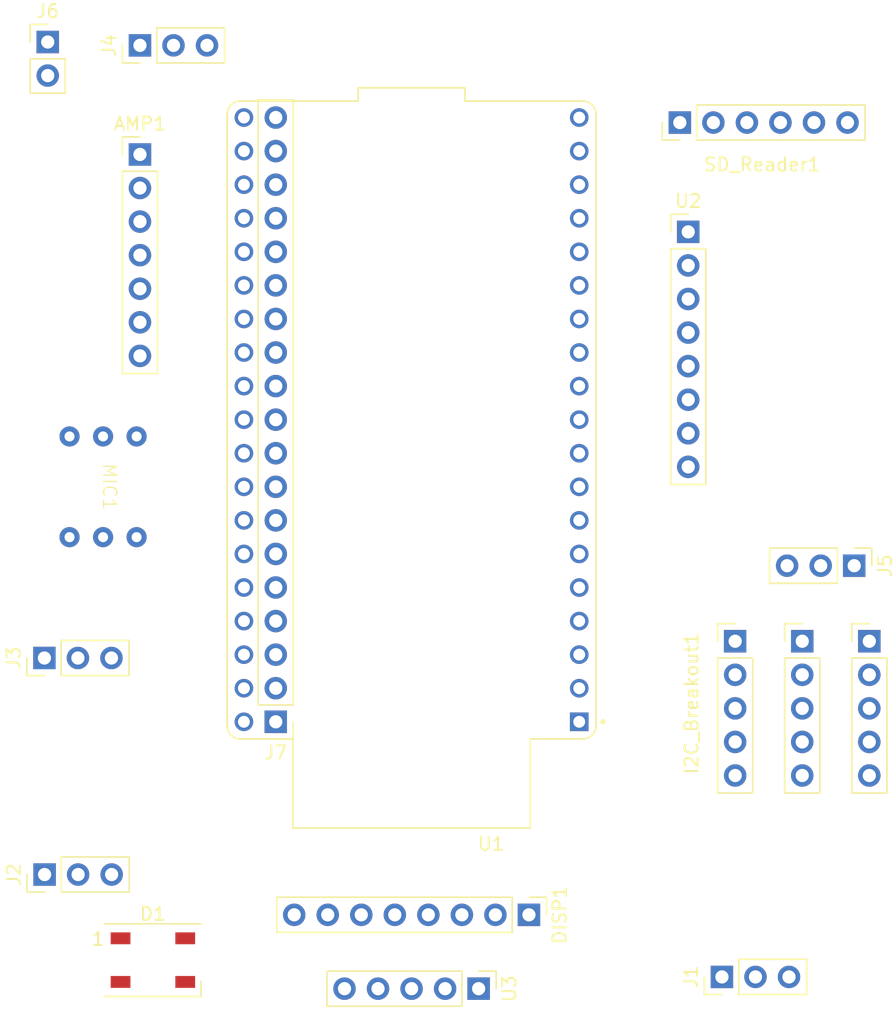
<source format=kicad_pcb>
(kicad_pcb (version 20221018) (generator pcbnew)
  (layers (0 "F.Cu" signal) (31 "B.Cu" signal) (34 "B.Paste" user) (35 "F.Paste" user) (36 "B.SilkS" user "B.Silkscreen") (37 "F.SilkS" user "F.Silkscreen") (38 "B.Mask" user) (39 "F.Mask" user) (44 "Edge.Cuts" user))
  (net 0 "")
  (net 1 "+3.3V")
  (net 2 "GND")
  (net 3 "Net-(AMP1-SD)")
  (net 5 "Net-(AMP1-DIN)")
  (net 6 "Net-(AMP1-BCLK)")
  (net 7 "Net-(AMP1-LRCLK)")
  (net 9 "Net-(D1-DIN)")
  (net 10 "Net-(DISP1-SCL)")
  (net 11 "Net-(DISP1-SDA)")
  (net 12 "Net-(DISP1-RES)")
  (net 13 "Net-(DISP1-DC)")
  (net 14 "Net-(DISP1-BLK)")
  (net 15 "Net-(I2C_Breakout1-SDA)")
  (net 16 "Net-(J1-Pin_2)")
  (net 17 "Net-(J2-Pin_2)")
  (net 18 "Net-(J3-Pin_2)")
  (net 19 "Net-(J4-Pin_1)")
  (net 20 "Net-(J4-Pin_2)")
  (net 21 "Net-(J4-Pin_3)")
  (net 22 "Net-(J5-Pin_1)")
  (net 23 "+3V3")
  (net 24 "Net-(MIC1-SCK)")
  (net 25 "Net-(MIC1-SD)")
  (net 26 "Net-(SD_Reader1-SCK)")
  (net 27 "Net-(SD_Reader1-MOSI)")
  (net 28 "Net-(SD_Reader1-MISO)")
  (net 41 "Net-(I2C_Breakout1-SDA)_1")
  (net 45 "Net-(J7-Pin_2)")
  (net 46 "Net-(J7-Pin_12)")
  (net 47 "Net-(J7-Pin_14)")
  (net 48 "Net-(J7-Pin_17)")
  (net 49 "Net-(J7-Pin_18)")
  (net 50 "Net-(J7-Pin_19)")
  (footprint "Connector_PinHeader_2.54mm:PinHeader_1x08_P2.54mm_Vertical" (layer "F.Cu") (at 154.686 62.372)
    (fp_text reference "U2" (at 0 -2.33) (layer "F.SilkS"))
    (fp_text value "module_mpu6050")
    (fp_line (start -1.33 -1.33) (end 0 -1.33) (stroke (width 0.12)) (layer "F.SilkS"))
    (fp_line (start -1.33 0) (end -1.33 -1.33) (stroke (width 0.12)) (layer "F.SilkS"))
    (fp_line (start -1.33 1.27) (end -1.33 19.11) (stroke (width 0.12)) (layer "F.SilkS"))
    (fp_line (start -1.33 1.27) (end 1.33 1.27) (stroke (width 0.12)) (layer "F.SilkS"))
    (fp_line (start -1.33 19.11) (end 1.33 19.11) (stroke (width 0.12)) (layer "F.SilkS"))
    (fp_line (start 1.33 1.27) (end 1.33 19.11) (stroke (width 0.12)) (layer "F.SilkS"))
    (pad "1" thru_hole rect (at 0 0) (size 1.7 1.7) (drill 1) (layers "*.Cu" "*.Mask") (net 1 "+3.3V"))
    (pad "2" thru_hole oval (at 0 2.54) (size 1.7 1.7) (drill 1) (layers "*.Cu" "*.Mask") (net 2 "GND"))
    (pad "3" thru_hole oval (at 0 5.08) (size 1.7 1.7) (drill 1) (layers "*.Cu" "*.Mask") (net 15 "Net-(I2C_Breakout1-SDA)"))
    (pad "4" thru_hole oval (at 0 7.62) (size 1.7 1.7) (drill 1) (layers "*.Cu" "*.Mask") (net 41 "Net-(I2C_Breakout1-SDA)_1"))
    (pad "5" thru_hole oval (at 0 10.16) (size 1.7 1.7) (drill 1) (layers "*.Cu" "*.Mask"))
    (pad "6" thru_hole oval (at 0 12.7) (size 1.7 1.7) (drill 1) (layers "*.Cu" "*.Mask"))
    (pad "7" thru_hole oval (at 0 15.24) (size 1.7 1.7) (drill 1) (layers "*.Cu" "*.Mask"))
    (pad "8" thru_hole oval (at 0 17.78) (size 1.7 1.7) (drill 1) (layers "*.Cu" "*.Mask"))
  )
  (footprint "Connector_PinHeader_2.54mm:PinHeader_1x05_P2.54mm_Vertical" (layer "F.Cu") (at 168.402 93.345)
    (fp_text reference "I2C_Breakout3" hide)
    (fp_text value "~")
    (fp_line (start -1.33 -1.33) (end 0 -1.33) (stroke (width 0.12)) (layer "F.SilkS"))
    (fp_line (start -1.33 0) (end -1.33 -1.33) (stroke (width 0.12)) (layer "F.SilkS"))
    (fp_line (start -1.33 1.27) (end -1.33 11.49) (stroke (width 0.12)) (layer "F.SilkS"))
    (fp_line (start -1.33 1.27) (end 1.33 1.27) (stroke (width 0.12)) (layer "F.SilkS"))
    (fp_line (start -1.33 11.49) (end 1.33 11.49) (stroke (width 0.12)) (layer "F.SilkS"))
    (fp_line (start 1.33 1.27) (end 1.33 11.49) (stroke (width 0.12)) (layer "F.SilkS"))
    (pad "1" thru_hole rect (at 0 0) (size 1.7 1.7) (drill 1) (layers "*.Cu" "*.Mask") (net 1 "+3.3V"))
    (pad "2" thru_hole oval (at 0 2.54) (size 1.7 1.7) (drill 1) (layers "*.Cu" "*.Mask") (net 15 "Net-(I2C_Breakout1-SDA)"))
    (pad "3" thru_hole oval (at 0 5.08) (size 1.7 1.7) (drill 1) (layers "*.Cu" "*.Mask") (net 41 "Net-(I2C_Breakout1-SDA)_1"))
    (pad "4" thru_hole oval (at 0 7.62) (size 1.7 1.7) (drill 1) (layers "*.Cu" "*.Mask"))
    (pad "5" thru_hole oval (at 0 10.16) (size 1.7 1.7) (drill 1) (layers "*.Cu" "*.Mask") (net 2 "GND"))
  )
  (footprint "LED_SMD:LED_WS2812B_PLCC4_5.0x5.0mm_P3.2mm" (layer "F.Cu") (at 114.136 117.474)
    (fp_text reference "D1" (at 0 -3.5) (layer "F.SilkS"))
    (fp_text value "WS2812B")
    (fp_text user "1" (at -4.15 -1.6) (layer "F.SilkS"))
    (fp_line (start -3.65 -2.75) (end 3.65 -2.75) (stroke (width 0.12)) (layer "F.SilkS"))
    (fp_line (start -3.65 2.75) (end 3.65 2.75) (stroke (width 0.12)) (layer "F.SilkS"))
    (fp_line (start 3.65 2.75) (end 3.65 1.6) (stroke (width 0.12)) (layer "F.SilkS"))
    (pad "1" smd rect (at -2.45 -1.65) (size 1.5 0.9) (layers "F.Cu" "F.Paste" "F.Mask") (net 2 "GND"))
    (pad "2" smd rect (at -2.45 1.65) (size 1.5 0.9) (layers "F.Cu" "F.Paste" "F.Mask"))
    (pad "3" smd rect (at 2.45 1.65) (size 1.5 0.9) (layers "F.Cu" "F.Paste" "F.Mask") (net 1 "+3.3V"))
    (pad "4" smd rect (at 2.45 -1.65) (size 1.5 0.9) (layers "F.Cu" "F.Paste" "F.Mask") (net 9 "Net-(D1-DIN)"))
  )
  (footprint "Connector_PinHeader_2.54mm:PinHeader_1x05_P2.54mm_Vertical" (layer "F.Cu") (at 158.242 93.345)
    (fp_text reference "I2C_Breakout1" (at -3.302 4.699 90) (layer "F.SilkS"))
    (fp_text value "~")
    (fp_line (start -1.33 -1.33) (end 0 -1.33) (stroke (width 0.12)) (layer "F.SilkS"))
    (fp_line (start -1.33 0) (end -1.33 -1.33) (stroke (width 0.12)) (layer "F.SilkS"))
    (fp_line (start -1.33 1.27) (end -1.33 11.49) (stroke (width 0.12)) (layer "F.SilkS"))
    (fp_line (start -1.33 1.27) (end 1.33 1.27) (stroke (width 0.12)) (layer "F.SilkS"))
    (fp_line (start -1.33 11.49) (end 1.33 11.49) (stroke (width 0.12)) (layer "F.SilkS"))
    (fp_line (start 1.33 1.27) (end 1.33 11.49) (stroke (width 0.12)) (layer "F.SilkS"))
    (pad "1" thru_hole rect (at 0 0) (size 1.7 1.7) (drill 1) (layers "*.Cu" "*.Mask") (net 1 "+3.3V"))
    (pad "2" thru_hole oval (at 0 2.54) (size 1.7 1.7) (drill 1) (layers "*.Cu" "*.Mask") (net 15 "Net-(I2C_Breakout1-SDA)"))
    (pad "3" thru_hole oval (at 0 5.08) (size 1.7 1.7) (drill 1) (layers "*.Cu" "*.Mask") (net 41 "Net-(I2C_Breakout1-SDA)_1"))
    (pad "4" thru_hole oval (at 0 7.62) (size 1.7 1.7) (drill 1) (layers "*.Cu" "*.Mask"))
    (pad "5" thru_hole oval (at 0 10.16) (size 1.7 1.7) (drill 1) (layers "*.Cu" "*.Mask") (net 2 "GND"))
  )
  (footprint "Connector_PinHeader_2.54mm:PinHeader_1x03_P2.54mm_Vertical" (layer "F.Cu") (at 157.241 118.745 90)
    (fp_text reference "J1" (at 0 -2.33 90) (layer "F.SilkS"))
    (fp_text value "GPIO_Breakout_3")
    (fp_line (start -1.33 -1.33) (end 0 -1.33) (stroke (width 0.12)) (layer "F.SilkS"))
    (fp_line (start -1.33 0) (end -1.33 -1.33) (stroke (width 0.12)) (layer "F.SilkS"))
    (fp_line (start -1.33 1.27) (end -1.33 6.41) (stroke (width 0.12)) (layer "F.SilkS"))
    (fp_line (start -1.33 1.27) (end 1.33 1.27) (stroke (width 0.12)) (layer "F.SilkS"))
    (fp_line (start -1.33 6.41) (end 1.33 6.41) (stroke (width 0.12)) (layer "F.SilkS"))
    (fp_line (start 1.33 1.27) (end 1.33 6.41) (stroke (width 0.12)) (layer "F.SilkS"))
    (pad "1" thru_hole rect (at 0 0 90) (size 1.7 1.7) (drill 1) (layers "*.Cu" "*.Mask") (net 2 "GND"))
    (pad "2" thru_hole oval (at 0 2.54 90) (size 1.7 1.7) (drill 1) (layers "*.Cu" "*.Mask") (net 16 "Net-(J1-Pin_2)"))
    (pad "3" thru_hole oval (at 0 5.08 90) (size 1.7 1.7) (drill 1) (layers "*.Cu" "*.Mask") (net 1 "+3.3V"))
  )
  (footprint "Connector_PinHeader_2.54mm:PinHeader_1x03_P2.54mm_Vertical" (layer "F.Cu") (at 167.259 87.63 -90)
    (fp_text reference "J5" (at 0 -2.33 90) (layer "F.SilkS"))
    (fp_text value "Vibration")
    (fp_line (start -1.33 -1.33) (end 0 -1.33) (stroke (width 0.12)) (layer "F.SilkS"))
    (fp_line (start -1.33 0) (end -1.33 -1.33) (stroke (width 0.12)) (layer "F.SilkS"))
    (fp_line (start -1.33 1.27) (end -1.33 6.41) (stroke (width 0.12)) (layer "F.SilkS"))
    (fp_line (start -1.33 1.27) (end 1.33 1.27) (stroke (width 0.12)) (layer "F.SilkS"))
    (fp_line (start -1.33 6.41) (end 1.33 6.41) (stroke (width 0.12)) (layer "F.SilkS"))
    (fp_line (start 1.33 1.27) (end 1.33 6.41) (stroke (width 0.12)) (layer "F.SilkS"))
    (pad "1" thru_hole rect (at 0 0 270) (size 1.7 1.7) (drill 1) (layers "*.Cu" "*.Mask") (net 22 "Net-(J5-Pin_1)"))
    (pad "2" thru_hole oval (at 0 2.54 270) (size 1.7 1.7) (drill 1) (layers "*.Cu" "*.Mask") (net 23 "+3V3"))
    (pad "3" thru_hole oval (at 0 5.08 270) (size 1.7 1.7) (drill 1) (layers "*.Cu" "*.Mask") (net 2 "GND"))
  )
  (footprint "Connector_PinHeader_2.54mm:PinHeader_1x03_P2.54mm_Vertical" (layer "F.Cu") (at 113.157 48.26 90)
    (fp_text reference "J4" (at 0 -2.33 90) (layer "F.SilkS"))
    (fp_text value "Conn_01x03_Socket")
    (fp_line (start -1.33 -1.33) (end 0 -1.33) (stroke (width 0.12)) (layer "F.SilkS"))
    (fp_line (start -1.33 0) (end -1.33 -1.33) (stroke (width 0.12)) (layer "F.SilkS"))
    (fp_line (start -1.33 1.27) (end -1.33 6.41) (stroke (width 0.12)) (layer "F.SilkS"))
    (fp_line (start -1.33 1.27) (end 1.33 1.27) (stroke (width 0.12)) (layer "F.SilkS"))
    (fp_line (start -1.33 6.41) (end 1.33 6.41) (stroke (width 0.12)) (layer "F.SilkS"))
    (fp_line (start 1.33 1.27) (end 1.33 6.41) (stroke (width 0.12)) (layer "F.SilkS"))
    (pad "1" thru_hole rect (at 0 0 90) (size 1.7 1.7) (drill 1) (layers "*.Cu" "*.Mask") (net 19 "Net-(J4-Pin_1)"))
    (pad "2" thru_hole oval (at 0 2.54 90) (size 1.7 1.7) (drill 1) (layers "*.Cu" "*.Mask") (net 20 "Net-(J4-Pin_2)"))
    (pad "3" thru_hole oval (at 0 5.08 90) (size 1.7 1.7) (drill 1) (layers "*.Cu" "*.Mask") (net 21 "Net-(J4-Pin_3)"))
  )
  (footprint "companion_mini_dev_board:MODULE_ESP32-DEVKITC-32E" (layer "F.Cu") (at 133.731 76.606 180)
    (fp_text reference "U1" (at -6.0325 -32.0675) (layer "F.SilkS"))
    (fp_text value "ESP32-DEVKITC-32E")
    (fp_line (start -13.97 23.13) (end -13.97 -23.13) (stroke (width 0.127)) (layer "F.SilkS"))
    (fp_line (start -12.97 -24.13) (end -9 -24.13) (stroke (width 0.127)) (layer "F.SilkS"))
    (fp_line (start -12.97 24.13) (end -4.05 24.13) (stroke (width 0.127)) (layer "F.SilkS"))
    (fp_line (start -9 -30.87) (end 9 -30.87) (stroke (width 0.127)) (layer "F.SilkS"))
    (fp_line (start -9 -24.13) (end -9 -30.87) (stroke (width 0.127)) (layer "F.SilkS"))
    (fp_line (start -4.05 24.13) (end -4.05 25.13) (stroke (width 0.127)) (layer "F.SilkS"))
    (fp_line (start -4.05 25.13) (end 4.05 25.13) (stroke (width 0.127)) (layer "F.SilkS"))
    (fp_line (start 4.05 24.13) (end 12.97 24.13) (stroke (width 0.127)) (layer "F.SilkS"))
    (fp_line (start 4.05 25.13) (end 4.05 24.13) (stroke (width 0.127)) (layer "F.SilkS"))
    (fp_line (start 9 -30.87) (end 9 -24.13) (stroke (width 0.127)) (layer "F.SilkS"))
    (fp_line (start 9 -24.13) (end 12.97 -24.13) (stroke (width 0.127)) (layer "F.SilkS"))
    (fp_line (start 13.97 23.13) (end 13.97 -23.13) (stroke (width 0.127)) (layer "F.SilkS"))
    (fp_arc (start -13.97 -23.13) (mid -13.677107 -23.837107) (end -12.97 -24.13) (stroke (width 0.127)) (layer "F.SilkS"))
    (fp_arc (start -12.97 24.13) (mid -13.677107 23.837107) (end -13.97 23.13) (stroke (width 0.127)) (layer "F.SilkS"))
    (fp_arc (start 12.97 -24.13) (mid 13.677107 -23.837107) (end 13.97 -23.13) (stroke (width 0.127)) (layer "F.SilkS"))
    (fp_arc (start 13.97 23.13) (mid 13.677107 23.837107) (end 12.97 24.13) (stroke (width 0.127)) (layer "F.SilkS"))
    (fp_circle (center -14.5 -22.835) (end -14.4 -22.835) (stroke (width 0.2)) (fill none) (layer "F.SilkS"))
    (pad "J2_1" thru_hole rect (at -12.7 -22.835 180) (size 1.408 1.408) (drill 0.9) (layers "*.Cu" "*.Mask") (net 1 "+3.3V"))
    (pad "J2_2" thru_hole circle (at -12.7 -20.295 180) (size 1.408 1.408) (drill 0.9) (layers "*.Cu" "*.Mask"))
    (pad "J2_3" thru_hole circle (at -12.7 -17.755 180) (size 1.408 1.408) (drill 0.9) (layers "*.Cu" "*.Mask") (net 16 "Net-(J1-Pin_2)"))
    (pad "J2_4" thru_hole circle (at -12.7 -15.215 180) (size 1.408 1.408) (drill 0.9) (layers "*.Cu" "*.Mask") (net 17 "Net-(J2-Pin_2)"))
    (pad "J2_5" thru_hole circle (at -12.7 -12.675 180) (size 1.408 1.408) (drill 0.9) (layers "*.Cu" "*.Mask") (net 25 "Net-(MIC1-SD)"))
    (pad "J2_6" thru_hole circle (at -12.7 -10.135 180) (size 1.408 1.408) (drill 0.9) (layers "*.Cu" "*.Mask") (net 18 "Net-(J3-Pin_2)"))
    (pad "J2_7" thru_hole circle (at -12.7 -7.595 180) (size 1.408 1.408) (drill 0.9) (layers "*.Cu" "*.Mask") (net 24 "Net-(MIC1-SCK)"))
    (pad "J2_8" thru_hole circle (at -12.7 -5.055 180) (size 1.408 1.408) (drill 0.9) (layers "*.Cu" "*.Mask") (net 3 "Net-(AMP1-SD)"))
    (pad "J2_9" thru_hole circle (at -12.7 -2.515 180) (size 1.408 1.408) (drill 0.9) (layers "*.Cu" "*.Mask") (net 7 "Net-(AMP1-LRCLK)"))
    (pad "J2_10" thru_hole circle (at -12.7 0.025 180) (size 1.408 1.408) (drill 0.9) (layers "*.Cu" "*.Mask") (net 6 "Net-(AMP1-BCLK)"))
    (pad "J2_11" thru_hole circle (at -12.7 2.565 180) (size 1.408 1.408) (drill 0.9) (layers "*.Cu" "*.Mask") (net 28 "Net-(SD_Reader1-MISO)"))
    (pad "J2_12" thru_hole circle (at -12.7 5.105 180) (size 1.408 1.408) (drill 0.9) (layers "*.Cu" "*.Mask") (net 26 "Net-(SD_Reader1-SCK)"))
    (pad "J2_13" thru_hole circle (at -12.7 7.645 180) (size 1.408 1.408) (drill 0.9) (layers "*.Cu" "*.Mask") (net 22 "Net-(J5-Pin_1)"))
    (pad "J2_14" thru_hole circle (at -12.7 10.185 180) (size 1.408 1.408) (drill 0.9) (layers "*.Cu" "*.Mask"))
    (pad "J2_15" thru_hole circle (at -12.7 12.725 180) (size 1.408 1.408) (drill 0.9) (layers "*.Cu" "*.Mask") (net 27 "Net-(SD_Reader1-MOSI)"))
    (pad "J2_16" thru_hole circle (at -12.7 15.265 180) (size 1.408 1.408) (drill 0.9) (layers "*.Cu" "*.Mask"))
    (pad "J2_17" thru_hole circle (at -12.7 17.805 180) (size 1.408 1.408) (drill 0.9) (layers "*.Cu" "*.Mask"))
    (pad "J2_18" thru_hole circle (at -12.7 20.345 180) (size 1.408 1.408) (drill 0.9) (layers "*.Cu" "*.Mask"))
    (pad "J2_19" thru_hole circle (at -12.7 22.885 180) (size 1.408 1.408) (drill 0.9) (layers "*.Cu" "*.Mask"))
    (pad "J3_1" thru_hole circle (at 12.7 -22.835 180) (size 1.408 1.408) (drill 0.9) (layers "*.Cu" "*.Mask") (net 2 "GND"))
    (pad "J3_2" thru_hole circle (at 12.7 -20.295 180) (size 1.408 1.408) (drill 0.9) (layers "*.Cu" "*.Mask") (net 45 "Net-(J7-Pin_2)"))
    (pad "J3_3" thru_hole circle (at 12.7 -17.755 180) (size 1.408 1.408) (drill 0.9) (layers "*.Cu" "*.Mask") (net 15 "Net-(I2C_Breakout1-SDA)"))
    (pad "J3_4" thru_hole circle (at 12.7 -15.215 180) (size 1.408 1.408) (drill 0.9) (layers "*.Cu" "*.Mask") (net 19 "Net-(J4-Pin_1)"))
    (pad "J3_5" thru_hole circle (at 12.7 -12.675 180) (size 1.408 1.408) (drill 0.9) (layers "*.Cu" "*.Mask") (net 20 "Net-(J4-Pin_2)"))
    (pad "J3_6" thru_hole circle (at 12.7 -10.135 180) (size 1.408 1.408) (drill 0.9) (layers "*.Cu" "*.Mask") (net 41 "Net-(I2C_Breakout1-SDA)_1"))
    (pad "J3_7" thru_hole circle (at 12.7 -7.595 180) (size 1.408 1.408) (drill 0.9) (layers "*.Cu" "*.Mask") (net 21 "Net-(J4-Pin_3)"))
    (pad "J3_8" thru_hole circle (at 12.7 -5.055 180) (size 1.408 1.408) (drill 0.9) (layers "*.Cu" "*.Mask") (net 9 "Net-(D1-DIN)"))
    (pad "J3_9" thru_hole circle (at 12.7 -2.515 180) (size 1.408 1.408) (drill 0.9) (layers "*.Cu" "*.Mask") (net 10 "Net-(DISP1-SCL)"))
    (pad "J3_10" thru_hole circle (at 12.7 0.025 180) (size 1.408 1.408) (drill 0.9) (layers "*.Cu" "*.Mask") (net 5 "Net-(AMP1-DIN)"))
    (pad "J3_11" thru_hole circle (at 12.7 2.565 180) (size 1.408 1.408) (drill 0.9) (layers "*.Cu" "*.Mask") (net 11 "Net-(DISP1-SDA)"))
    (pad "J3_12" thru_hole circle (at 12.7 5.105 180) (size 1.408 1.408) (drill 0.9) (layers "*.Cu" "*.Mask") (net 46 "Net-(J7-Pin_12)"))
    (pad "J3_13" thru_hole circle (at 12.7 7.645 180) (size 1.408 1.408) (drill 0.9) (layers "*.Cu" "*.Mask") (net 12 "Net-(DISP1-RES)"))
    (pad "J3_14" thru_hole circle (at 12.7 10.185 180) (size 1.408 1.408) (drill 0.9) (layers "*.Cu" "*.Mask") (net 47 "Net-(J7-Pin_14)"))
    (pad "J3_15" thru_hole circle (at 12.7 12.725 180) (size 1.408 1.408) (drill 0.9) (layers "*.Cu" "*.Mask") (net 13 "Net-(DISP1-DC)"))
    (pad "J3_16" thru_hole circle (at 12.7 15.265 180) (size 1.408 1.408) (drill 0.9) (layers "*.Cu" "*.Mask") (net 14 "Net-(DISP1-BLK)"))
    (pad "J3_17" thru_hole circle (at 12.7 17.805 180) (size 1.408 1.408) (drill 0.9) (layers "*.Cu" "*.Mask") (net 48 "Net-(J7-Pin_17)"))
    (pad "J3_18" thru_hole circle (at 12.7 20.345 180) (size 1.408 1.408) (drill 0.9) (layers "*.Cu" "*.Mask") (net 49 "Net-(J7-Pin_18)"))
    (pad "J3_19" thru_hole circle (at 12.7 22.885 180) (size 1.408 1.408) (drill 0.9) (layers "*.Cu" "*.Mask") (net 50 "Net-(J7-Pin_19)"))
  )
  (footprint "companion_mini_dev_board:INMP441" (layer "F.Cu") (at 110.363 81.661 -90)
    (fp_text reference "MIC1" (at 0 -0.5 -90 unlocked) (layer "F.SilkS") (effects (font (thickness 0.1))))
    (fp_text value "~")
    (pad "1" thru_hole circle (at -3.81 -2.54 270) (size 1.524 1.524) (drill 0.762) (layers "*.Cu" "*.Mask") (net 2 "GND"))
    (pad "2" thru_hole circle (at -3.81 2.54 270) (size 1.524 1.524) (drill 0.762) (layers "*.Cu" "*.Mask") (net 24 "Net-(MIC1-SCK)"))
    (pad "3" thru_hole circle (at 3.81 2.54 270) (size 1.524 1.524) (drill 0.762) (layers "*.Cu" "*.Mask") (net 25 "Net-(MIC1-SD)"))
    (pad "4" thru_hole circle (at -3.81 0 270) (size 1.524 1.524) (drill 0.762) (layers "*.Cu" "*.Mask") (net 45 "Net-(J7-Pin_2)"))
    (pad "5" thru_hole circle (at 3.81 -2.54 270) (size 1.524 1.524) (drill 0.762) (layers "*.Cu" "*.Mask") (net 2 "GND"))
    (pad "6" thru_hole circle (at 3.81 0 270) (size 1.524 1.524) (drill 0.762) (layers "*.Cu" "*.Mask") (net 1 "+3.3V"))
  )
  (footprint "Connector_PinHeader_2.54mm:PinHeader_1x03_P2.54mm_Vertical" (layer "F.Cu") (at 105.918 94.615 90)
    (fp_text reference "J3" (at 0 -2.33 90) (layer "F.SilkS"))
    (fp_text value "GPIO_Breakout_1")
    (fp_line (start -1.33 -1.33) (end 0 -1.33) (stroke (width 0.12)) (layer "F.SilkS"))
    (fp_line (start -1.33 0) (end -1.33 -1.33) (stroke (width 0.12)) (layer "F.SilkS"))
    (fp_line (start -1.33 1.27) (end -1.33 6.41) (stroke (width 0.12)) (layer "F.SilkS"))
    (fp_line (start -1.33 1.27) (end 1.33 1.27) (stroke (width 0.12)) (layer "F.SilkS"))
    (fp_line (start -1.33 6.41) (end 1.33 6.41) (stroke (width 0.12)) (layer "F.SilkS"))
    (fp_line (start 1.33 1.27) (end 1.33 6.41) (stroke (width 0.12)) (layer "F.SilkS"))
    (pad "1" thru_hole rect (at 0 0 90) (size 1.7 1.7) (drill 1) (layers "*.Cu" "*.Mask") (net 2 "GND"))
    (pad "2" thru_hole oval (at 0 2.54 90) (size 1.7 1.7) (drill 1) (layers "*.Cu" "*.Mask") (net 18 "Net-(J3-Pin_2)"))
    (pad "3" thru_hole oval (at 0 5.08 90) (size 1.7 1.7) (drill 1) (layers "*.Cu" "*.Mask") (net 1 "+3.3V"))
  )
  (footprint "Connector_PinHeader_2.54mm:PinHeader_1x05_P2.54mm_Vertical" (layer "F.Cu") (at 163.322 93.345)
    (fp_text reference "I2C_Breakout2" hide)
    (fp_text value "~")
    (fp_line (start -1.33 -1.33) (end 0 -1.33) (stroke (width 0.12)) (layer "F.SilkS"))
    (fp_line (start -1.33 0) (end -1.33 -1.33) (stroke (width 0.12)) (layer "F.SilkS"))
    (fp_line (start -1.33 1.27) (end -1.33 11.49) (stroke (width 0.12)) (layer "F.SilkS"))
    (fp_line (start -1.33 1.27) (end 1.33 1.27) (stroke (width 0.12)) (layer "F.SilkS"))
    (fp_line (start -1.33 11.49) (end 1.33 11.49) (stroke (width 0.12)) (layer "F.SilkS"))
    (fp_line (start 1.33 1.27) (end 1.33 11.49) (stroke (width 0.12)) (layer "F.SilkS"))
    (pad "1" thru_hole rect (at 0 0) (size 1.7 1.7) (drill 1) (layers "*.Cu" "*.Mask") (net 1 "+3.3V"))
    (pad "2" thru_hole oval (at 0 2.54) (size 1.7 1.7) (drill 1) (layers "*.Cu" "*.Mask") (net 15 "Net-(I2C_Breakout1-SDA)"))
    (pad "3" thru_hole oval (at 0 5.08) (size 1.7 1.7) (drill 1) (layers "*.Cu" "*.Mask") (net 41 "Net-(I2C_Breakout1-SDA)_1"))
    (pad "4" thru_hole oval (at 0 7.62) (size 1.7 1.7) (drill 1) (layers "*.Cu" "*.Mask"))
    (pad "5" thru_hole oval (at 0 10.16) (size 1.7 1.7) (drill 1) (layers "*.Cu" "*.Mask") (net 2 "GND"))
  )
  (footprint "Connector_PinHeader_2.54mm:PinHeader_1x02_P2.54mm_Vertical" (layer "F.Cu") (at 106.172 48.006)
    (fp_text reference "J6" (at 0 -2.33) (layer "F.SilkS"))
    (fp_text value "PWR")
    (fp_line (start -1.33 -1.33) (end 0 -1.33) (stroke (width 0.12)) (layer "F.SilkS"))
    (fp_line (start -1.33 0) (end -1.33 -1.33) (stroke (width 0.12)) (layer "F.SilkS"))
    (fp_line (start -1.33 1.27) (end -1.33 3.87) (stroke (width 0.12)) (layer "F.SilkS"))
    (fp_line (start -1.33 1.27) (end 1.33 1.27) (stroke (width 0.12)) (layer "F.SilkS"))
    (fp_line (start -1.33 3.87) (end 1.33 3.87) (stroke (width 0.12)) (layer "F.SilkS"))
    (fp_line (start 1.33 1.27) (end 1.33 3.87) (stroke (width 0.12)) (layer "F.SilkS"))
    (pad "1" thru_hole rect (at 0 0) (size 1.7 1.7) (drill 1) (layers "*.Cu" "*.Mask") (net 1 "+3.3V"))
    (pad "2" thru_hole oval (at 0 2.54) (size 1.7 1.7) (drill 1) (layers "*.Cu" "*.Mask") (net 2 "GND"))
  )
  (footprint "Connector_PinHeader_2.54mm:PinHeader_1x05_P2.54mm_Vertical" (layer "F.Cu") (at 138.811 119.634 -90)
    (fp_text reference "U3" (at 0 -2.33 90) (layer "F.SilkS"))
    (fp_text value "module_paj7620")
    (fp_line (start -1.33 -1.33) (end 0 -1.33) (stroke (width 0.12)) (layer "F.SilkS"))
    (fp_line (start -1.33 0) (end -1.33 -1.33) (stroke (width 0.12)) (layer "F.SilkS"))
    (fp_line (start -1.33 1.27) (end -1.33 11.49) (stroke (width 0.12)) (layer "F.SilkS"))
    (fp_line (start -1.33 1.27) (end 1.33 1.27) (stroke (width 0.12)) (layer "F.SilkS"))
    (fp_line (start -1.33 11.49) (end 1.33 11.49) (stroke (width 0.12)) (layer "F.SilkS"))
    (fp_line (start 1.33 1.27) (end 1.33 11.49) (stroke (width 0.12)) (layer "F.SilkS"))
    (pad "1" thru_hole rect (at 0 0 270) (size 1.7 1.7) (drill 1) (layers "*.Cu" "*.Mask") (net 1 "+3.3V"))
    (pad "2" thru_hole oval (at 0 2.54 270) (size 1.7 1.7) (drill 1) (layers "*.Cu" "*.Mask") (net 2 "GND"))
    (pad "3" thru_hole oval (at 0 5.08 270) (size 1.7 1.7) (drill 1) (layers "*.Cu" "*.Mask") (net 15 "Net-(I2C_Breakout1-SDA)"))
    (pad "4" thru_hole oval (at 0 7.62 270) (size 1.7 1.7) (drill 1) (layers "*.Cu" "*.Mask") (net 41 "Net-(I2C_Breakout1-SDA)_1"))
    (pad "5" thru_hole oval (at 0 10.16 270) (size 1.7 1.7) (drill 1) (layers "*.Cu" "*.Mask"))
  )
  (footprint "Connector_PinHeader_2.54mm:PinHeader_1x08_P2.54mm_Vertical" (layer "F.Cu") (at 142.621 114.046 -90)
    (fp_text reference "DISP1" (at 0 -2.33 90) (layer "F.SilkS"))
    (fp_text value "~")
    (fp_line (start -1.33 -1.33) (end 0 -1.33) (stroke (width 0.12)) (layer "F.SilkS"))
    (fp_line (start -1.33 0) (end -1.33 -1.33) (stroke (width 0.12)) (layer "F.SilkS"))
    (fp_line (start -1.33 1.27) (end -1.33 19.11) (stroke (width 0.12)) (layer "F.SilkS"))
    (fp_line (start -1.33 1.27) (end 1.33 1.27) (stroke (width 0.12)) (layer "F.SilkS"))
    (fp_line (start -1.33 19.11) (end 1.33 19.11) (stroke (width 0.12)) (layer "F.SilkS"))
    (fp_line (start 1.33 1.27) (end 1.33 19.11) (stroke (width 0.12)) (layer "F.SilkS"))
    (pad "1" thru_hole rect (at 0 0 270) (size 1.7 1.7) (drill 1) (layers "*.Cu" "*.Mask") (net 2 "GND"))
    (pad "2" thru_hole oval (at 0 2.54 270) (size 1.7 1.7) (drill 1) (layers "*.Cu" "*.Mask") (net 1 "+3.3V"))
    (pad "3" thru_hole oval (at 0 5.08 270) (size 1.7 1.7) (drill 1) (layers "*.Cu" "*.Mask") (net 10 "Net-(DISP1-SCL)"))
    (pad "4" thru_hole oval (at 0 7.62 270) (size 1.7 1.7) (drill 1) (layers "*.Cu" "*.Mask") (net 11 "Net-(DISP1-SDA)"))
    (pad "5" thru_hole oval (at 0 10.16 270) (size 1.7 1.7) (drill 1) (layers "*.Cu" "*.Mask") (net 12 "Net-(DISP1-RES)"))
    (pad "6" thru_hole oval (at 0 12.7 270) (size 1.7 1.7) (drill 1) (layers "*.Cu" "*.Mask") (net 13 "Net-(DISP1-DC)"))
    (pad "7" thru_hole oval (at 0 15.24 270) (size 1.7 1.7) (drill 1) (layers "*.Cu" "*.Mask"))
    (pad "8" thru_hole oval (at 0 17.78 270) (size 1.7 1.7) (drill 1) (layers "*.Cu" "*.Mask") (net 14 "Net-(DISP1-BLK)"))
  )
  (footprint "Connector_PinHeader_2.54mm:PinHeader_1x19_P2.54mm_Vertical" (layer "F.Cu") (at 123.444 99.441 180)
    (fp_text reference "J7" (at 0 -2.33) (layer "F.SilkS"))
    (fp_text value "Conn_01x19_Socket" hide)
    (fp_line (start -1.33 -1.33) (end 0 -1.33) (stroke (width 0.12)) (layer "F.SilkS"))
    (fp_line (start -1.33 0) (end -1.33 -1.33) (stroke (width 0.12)) (layer "F.SilkS"))
    (fp_line (start -1.33 1.27) (end -1.33 47.05) (stroke (width 0.12)) (layer "F.SilkS"))
    (fp_line (start -1.33 1.27) (end 1.33 1.27) (stroke (width 0.12)) (layer "F.SilkS"))
    (fp_line (start -1.33 47.05) (end 1.33 47.05) (stroke (width 0.12)) (layer "F.SilkS"))
    (fp_line (start 1.33 1.27) (end 1.33 47.05) (stroke (width 0.12)) (layer "F.SilkS"))
    (pad "1" thru_hole rect (at 0 0 180) (size 1.7 1.7) (drill 1) (layers "*.Cu" "*.Mask") (net 2 "GND"))
    (pad "2" thru_hole oval (at 0 2.54 180) (size 1.7 1.7) (drill 1) (layers "*.Cu" "*.Mask") (net 45 "Net-(J7-Pin_2)"))
    (pad "3" thru_hole oval (at 0 5.08 180) (size 1.7 1.7) (drill 1) (layers "*.Cu" "*.Mask") (net 15 "Net-(I2C_Breakout1-SDA)"))
    (pad "4" thru_hole oval (at 0 7.62 180) (size 1.7 1.7) (drill 1) (layers "*.Cu" "*.Mask") (net 19 "Net-(J4-Pin_1)"))
    (pad "5" thru_hole oval (at 0 10.16 180) (size 1.7 1.7) (drill 1) (layers "*.Cu" "*.Mask") (net 20 "Net-(J4-Pin_2)"))
    (pad "6" thru_hole oval (at 0 12.7 180) (size 1.7 1.7) (drill 1) (layers "*.Cu" "*.Mask") (net 41 "Net-(I2C_Breakout1-SDA)_1"))
    (pad "7" thru_hole oval (at 0 15.24 180) (size 1.7 1.7) (drill 1) (layers "*.Cu" "*.Mask") (net 21 "Net-(J4-Pin_3)"))
    (pad "8" thru_hole oval (at 0 17.78 180) (size 1.7 1.7) (drill 1) (layers "*.Cu" "*.Mask") (net 9 "Net-(D1-DIN)"))
    (pad "9" thru_hole oval (at 0 20.32 180) (size 1.7 1.7) (drill 1) (layers "*.Cu" "*.Mask") (net 10 "Net-(DISP1-SCL)"))
    (pad "10" thru_hole oval (at 0 22.86 180) (size 1.7 1.7) (drill 1) (layers "*.Cu" "*.Mask") (net 5 "Net-(AMP1-DIN)"))
    (pad "11" thru_hole oval (at 0 25.4 180) (size 1.7 1.7) (drill 1) (layers "*.Cu" "*.Mask") (net 11 "Net-(DISP1-SDA)"))
    (pad "12" thru_hole oval (at 0 27.94 180) (size 1.7 1.7) (drill 1) (layers "*.Cu" "*.Mask") (net 46 "Net-(J7-Pin_12)"))
    (pad "13" thru_hole oval (at 0 30.48 180) (size 1.7 1.7) (drill 1) (layers "*.Cu" "*.Mask") (net 12 "Net-(DISP1-RES)"))
    (pad "14" thru_hole oval (at 0 33.02 180) (size 1.7 1.7) (drill 1) (layers "*.Cu" "*.Mask") (net 47 "Net-(J7-Pin_14)"))
    (pad "15" thru_hole oval (at 0 35.56 180) (size 1.7 1.7) (drill 1) (layers "*.Cu" "*.Mask") (net 13 "Net-(DISP1-DC)"))
    (pad "16" thru_hole oval (at 0 38.1 180) (size 1.7 1.7) (drill 1) (layers "*.Cu" "*.Mask") (net 14 "Net-(DISP1-BLK)"))
    (pad "17" thru_hole oval (at 0 40.64 180) (size 1.7 1.7) (drill 1) (layers "*.Cu" "*.Mask") (net 48 "Net-(J7-Pin_17)"))
    (pad "18" thru_hole oval (at 0 43.18 180) (size 1.7 1.7) (drill 1) (layers "*.Cu" "*.Mask") (net 49 "Net-(J7-Pin_18)"))
    (pad "19" thru_hole oval (at 0 45.72 180) (size 1.7 1.7) (drill 1) (layers "*.Cu" "*.Mask") (net 50 "Net-(J7-Pin_19)"))
  )
  (footprint "Connector_PinHeader_2.54mm:PinHeader_1x06_P2.54mm_Vertical" (layer "F.Cu") (at 154.051 54.102 90)
    (fp_text reference "SD_Reader1" (at -3.175 6.223) (layer "F.SilkS"))
    (fp_text value "~")
    (fp_line (start -1.33 -1.33) (end 0 -1.33) (stroke (width 0.12)) (layer "F.SilkS"))
    (fp_line (start -1.33 0) (end -1.33 -1.33) (stroke (width 0.12)) (layer "F.SilkS"))
    (fp_line (start -1.33 1.27) (end -1.33 14.03) (stroke (width 0.12)) (layer "F.SilkS"))
    (fp_line (start -1.33 1.27) (end 1.33 1.27) (stroke (width 0.12)) (layer "F.SilkS"))
    (fp_line (start -1.33 14.03) (end 1.33 14.03) (stroke (width 0.12)) (layer "F.SilkS"))
    (fp_line (start 1.33 1.27) (end 1.33 14.03) (stroke (width 0.12)) (layer "F.SilkS"))
    (pad "1" thru_hole rect (at 0 0 90) (size 1.7 1.7) (drill 1) (layers "*.Cu" "*.Mask") (net 14 "Net-(DISP1-BLK)"))
    (pad "2" thru_hole oval (at 0 2.54 90) (size 1.7 1.7) (drill 1) (layers "*.Cu" "*.Mask") (net 26 "Net-(SD_Reader1-SCK)"))
    (pad "3" thru_hole oval (at 0 5.08 90) (size 1.7 1.7) (drill 1) (layers "*.Cu" "*.Mask") (net 27 "Net-(SD_Reader1-MOSI)"))
    (pad "4" thru_hole oval (at 0 7.62 90) (size 1.7 1.7) (drill 1) (layers "*.Cu" "*.Mask") (net 28 "Net-(SD_Reader1-MISO)"))
    (pad "5" thru_hole oval (at 0 10.16 90) (size 1.7 1.7) (drill 1) (layers "*.Cu" "*.Mask") (net 23 "+3V3"))
    (pad "6" thru_hole oval (at 0 12.7 90) (size 1.7 1.7) (drill 1) (layers "*.Cu" "*.Mask") (net 2 "GND"))
  )
  (footprint "Connector_PinHeader_2.54mm:PinHeader_1x07_P2.54mm_Vertical" (layer "F.Cu") (at 113.157 56.515)
    (fp_text reference "AMP1" (at 0 -2.33) (layer "F.SilkS"))
    (fp_text value "~")
    (fp_line (start -1.33 -1.33) (end 0 -1.33) (stroke (width 0.12)) (layer "F.SilkS"))
    (fp_line (start -1.33 0) (end -1.33 -1.33) (stroke (width 0.12)) (layer "F.SilkS"))
    (fp_line (start -1.33 1.27) (end -1.33 16.57) (stroke (width 0.12)) (layer "F.SilkS"))
    (fp_line (start -1.33 1.27) (end 1.33 1.27) (stroke (width 0.12)) (layer "F.SilkS"))
    (fp_line (start -1.33 16.57) (end 1.33 16.57) (stroke (width 0.12)) (layer "F.SilkS"))
    (fp_line (start 1.33 1.27) (end 1.33 16.57) (stroke (width 0.12)) (layer "F.SilkS"))
    (pad "1" thru_hole rect (at 0 0) (size 1.7 1.7) (drill 1) (layers "*.Cu" "*.Mask") (net 1 "+3.3V"))
    (pad "2" thru_hole oval (at 0 2.54) (size 1.7 1.7) (drill 1) (layers "*.Cu" "*.Mask") (net 2 "GND"))
    (pad "3" thru_hole oval (at 0 5.08) (size 1.7 1.7) (drill 1) (layers "*.Cu" "*.Mask") (net 3 "Net-(AMP1-SD)"))
    (pad "4" thru_hole oval (at 0 7.62) (size 1.7 1.7) (drill 1) (layers "*.Cu" "*.Mask"))
    (pad "5" thru_hole oval (at 0 10.16) (size 1.7 1.7) (drill 1) (layers "*.Cu" "*.Mask") (net 5 "Net-(AMP1-DIN)"))
    (pad "6" thru_hole oval (at 0 12.7) (size 1.7 1.7) (drill 1) (layers "*.Cu" "*.Mask") (net 6 "Net-(AMP1-BCLK)"))
    (pad "7" thru_hole oval (at 0 15.24) (size 1.7 1.7) (drill 1) (layers "*.Cu" "*.Mask") (net 7 "Net-(AMP1-LRCLK)"))
  )
  (footprint "Connector_PinHeader_2.54mm:PinHeader_1x03_P2.54mm_Vertical" (layer "F.Cu") (at 105.933 110.998 90)
    (fp_text reference "J2" (at 0 -2.33 90) (layer "F.SilkS"))
    (fp_text value "GPIO_Breakout_2")
    (fp_line (start -1.33 -1.33) (end 0 -1.33) (stroke (width 0.12)) (layer "F.SilkS"))
    (fp_line (start -1.33 0) (end -1.33 -1.33) (stroke (width 0.12)) (layer "F.SilkS"))
    (fp_line (start -1.33 1.27) (end -1.33 6.41) (stroke (width 0.12)) (layer "F.SilkS"))
    (fp_line (start -1.33 1.27) (end 1.33 1.27) (stroke (width 0.12)) (layer "F.SilkS"))
    (fp_line (start -1.33 6.41) (end 1.33 6.41) (stroke (width 0.12)) (layer "F.SilkS"))
    (fp_line (start 1.33 1.27) (end 1.33 6.41) (stroke (width 0.12)) (layer "F.SilkS"))
    (pad "1" thru_hole rect (at 0 0 90) (size 1.7 1.7) (drill 1) (layers "*.Cu" "*.Mask") (net 2 "GND"))
    (pad "2" thru_hole oval (at 0 2.54 90) (size 1.7 1.7) (drill 1) (layers "*.Cu" "*.Mask") (net 17 "Net-(J2-Pin_2)"))
    (pad "3" thru_hole oval (at 0 5.08 90) (size 1.7 1.7) (drill 1) (layers "*.Cu" "*.Mask") (net 1 "+3.3V"))
  )
)
</source>
